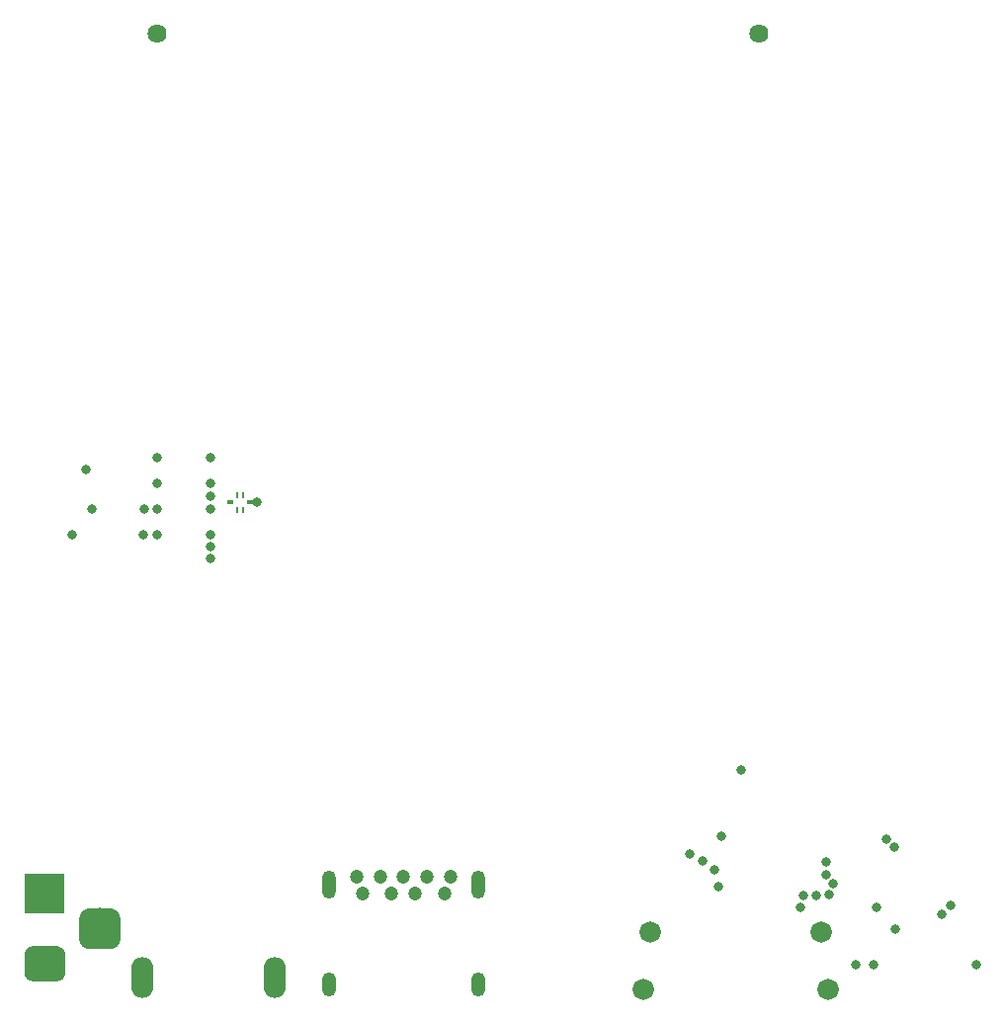
<source format=gbr>
G04 #@! TF.GenerationSoftware,KiCad,Pcbnew,5.1.4*
G04 #@! TF.CreationDate,2019-11-18T01:49:56-05:00*
G04 #@! TF.ProjectId,YellowCake,59656c6c-6f77-4436-916b-652e6b696361,rev?*
G04 #@! TF.SameCoordinates,Original*
G04 #@! TF.FileFunction,Copper,L2,Inr*
G04 #@! TF.FilePolarity,Positive*
%FSLAX46Y46*%
G04 Gerber Fmt 4.6, Leading zero omitted, Abs format (unit mm)*
G04 Created by KiCad (PCBNEW 5.1.4) date 2019-11-18 01:49:56*
%MOMM*%
%LPD*%
G04 APERTURE LIST*
%ADD10R,0.249936X0.579882*%
%ADD11R,0.630000X0.350000*%
%ADD12C,1.828800*%
%ADD13O,1.900000X3.500000*%
%ADD14C,1.200000*%
%ADD15O,1.200000X2.400000*%
%ADD16O,1.200000X2.100000*%
%ADD17C,1.625600*%
%ADD18R,3.500000X3.500000*%
%ADD19C,0.100000*%
%ADD20C,3.000000*%
%ADD21C,3.500000*%
%ADD22C,0.800000*%
G04 APERTURE END LIST*
D10*
X132625000Y-84690000D03*
X133125000Y-84690000D03*
D11*
X133735001Y-85325000D03*
D10*
X133125000Y-85960000D03*
X132625000Y-85960000D03*
D11*
X132014999Y-85325000D03*
D12*
X183225053Y-127018790D03*
X167374945Y-127018790D03*
X182624978Y-122118800D03*
X167975020Y-122118800D03*
D13*
X135850000Y-126050000D03*
X124450000Y-126050000D03*
D14*
X143350000Y-118875000D03*
X145850000Y-118875000D03*
X147850000Y-118875000D03*
X150350000Y-118875000D03*
X150850000Y-117375000D03*
X148850000Y-117375000D03*
X146850000Y-117375000D03*
X144850000Y-117375000D03*
X142850000Y-117375000D03*
D15*
X153250000Y-118125000D03*
X140450000Y-118125000D03*
D16*
X153250000Y-126625000D03*
X140450000Y-126625000D03*
D17*
X125719000Y-45215000D03*
X177281000Y-45215000D03*
D18*
X116130001Y-118849999D03*
D19*
G36*
X117203514Y-123353610D02*
G01*
X117276319Y-123364410D01*
X117347715Y-123382294D01*
X117417014Y-123407089D01*
X117483549Y-123438558D01*
X117546679Y-123476397D01*
X117605796Y-123520241D01*
X117660331Y-123569669D01*
X117709759Y-123624204D01*
X117753603Y-123683321D01*
X117791442Y-123746451D01*
X117822911Y-123812986D01*
X117847706Y-123882285D01*
X117865590Y-123953681D01*
X117876390Y-124026486D01*
X117880001Y-124099999D01*
X117880001Y-125599999D01*
X117876390Y-125673512D01*
X117865590Y-125746317D01*
X117847706Y-125817713D01*
X117822911Y-125887012D01*
X117791442Y-125953547D01*
X117753603Y-126016677D01*
X117709759Y-126075794D01*
X117660331Y-126130329D01*
X117605796Y-126179757D01*
X117546679Y-126223601D01*
X117483549Y-126261440D01*
X117417014Y-126292909D01*
X117347715Y-126317704D01*
X117276319Y-126335588D01*
X117203514Y-126346388D01*
X117130001Y-126349999D01*
X115130001Y-126349999D01*
X115056488Y-126346388D01*
X114983683Y-126335588D01*
X114912287Y-126317704D01*
X114842988Y-126292909D01*
X114776453Y-126261440D01*
X114713323Y-126223601D01*
X114654206Y-126179757D01*
X114599671Y-126130329D01*
X114550243Y-126075794D01*
X114506399Y-126016677D01*
X114468560Y-125953547D01*
X114437091Y-125887012D01*
X114412296Y-125817713D01*
X114394412Y-125746317D01*
X114383612Y-125673512D01*
X114380001Y-125599999D01*
X114380001Y-124099999D01*
X114383612Y-124026486D01*
X114394412Y-123953681D01*
X114412296Y-123882285D01*
X114437091Y-123812986D01*
X114468560Y-123746451D01*
X114506399Y-123683321D01*
X114550243Y-123624204D01*
X114599671Y-123569669D01*
X114654206Y-123520241D01*
X114713323Y-123476397D01*
X114776453Y-123438558D01*
X114842988Y-123407089D01*
X114912287Y-123382294D01*
X114983683Y-123364410D01*
X115056488Y-123353610D01*
X115130001Y-123349999D01*
X117130001Y-123349999D01*
X117203514Y-123353610D01*
X117203514Y-123353610D01*
G37*
D20*
X116130001Y-124849999D03*
D19*
G36*
X121790766Y-120104212D02*
G01*
X121875705Y-120116812D01*
X121959000Y-120137676D01*
X122039849Y-120166604D01*
X122117473Y-120203318D01*
X122191125Y-120247463D01*
X122260095Y-120298615D01*
X122323719Y-120356281D01*
X122381385Y-120419905D01*
X122432537Y-120488875D01*
X122476682Y-120562527D01*
X122513396Y-120640151D01*
X122542324Y-120721000D01*
X122563188Y-120804295D01*
X122575788Y-120889234D01*
X122580001Y-120974999D01*
X122580001Y-122724999D01*
X122575788Y-122810764D01*
X122563188Y-122895703D01*
X122542324Y-122978998D01*
X122513396Y-123059847D01*
X122476682Y-123137471D01*
X122432537Y-123211123D01*
X122381385Y-123280093D01*
X122323719Y-123343717D01*
X122260095Y-123401383D01*
X122191125Y-123452535D01*
X122117473Y-123496680D01*
X122039849Y-123533394D01*
X121959000Y-123562322D01*
X121875705Y-123583186D01*
X121790766Y-123595786D01*
X121705001Y-123599999D01*
X119955001Y-123599999D01*
X119869236Y-123595786D01*
X119784297Y-123583186D01*
X119701002Y-123562322D01*
X119620153Y-123533394D01*
X119542529Y-123496680D01*
X119468877Y-123452535D01*
X119399907Y-123401383D01*
X119336283Y-123343717D01*
X119278617Y-123280093D01*
X119227465Y-123211123D01*
X119183320Y-123137471D01*
X119146606Y-123059847D01*
X119117678Y-122978998D01*
X119096814Y-122895703D01*
X119084214Y-122810764D01*
X119080001Y-122724999D01*
X119080001Y-120974999D01*
X119084214Y-120889234D01*
X119096814Y-120804295D01*
X119117678Y-120721000D01*
X119146606Y-120640151D01*
X119183320Y-120562527D01*
X119227465Y-120488875D01*
X119278617Y-120419905D01*
X119336283Y-120356281D01*
X119399907Y-120298615D01*
X119468877Y-120247463D01*
X119542529Y-120203318D01*
X119620153Y-120166604D01*
X119701002Y-120137676D01*
X119784297Y-120116812D01*
X119869236Y-120104212D01*
X119955001Y-120099999D01*
X121705001Y-120099999D01*
X121790766Y-120104212D01*
X121790766Y-120104212D01*
G37*
D21*
X120830001Y-121849999D03*
D22*
X130354999Y-84794999D03*
X134275000Y-85325000D03*
X195900000Y-124925000D03*
X130354999Y-90144999D03*
X188927970Y-114890104D03*
X183022199Y-117200006D03*
X188185506Y-114147640D03*
X183022199Y-116150006D03*
X180900000Y-120025000D03*
X173800000Y-118225000D03*
X181100000Y-119025000D03*
X173500000Y-116775000D03*
X182200000Y-119025000D03*
X172500000Y-116050000D03*
X175800000Y-108225000D03*
X174100000Y-113925000D03*
X183300000Y-118925000D03*
X171400000Y-115425000D03*
X130354999Y-89144996D03*
X130354999Y-81494999D03*
X119675000Y-82525000D03*
X130354999Y-83694999D03*
X120175000Y-85912500D03*
X124675000Y-85925000D03*
X130354999Y-85894999D03*
X118475000Y-88125000D03*
X124575000Y-88125000D03*
X130354999Y-88094999D03*
X183651124Y-117988669D03*
X187400000Y-120025000D03*
X185600000Y-124925000D03*
X189000000Y-121925000D03*
X193000000Y-120625000D03*
X187100000Y-124900000D03*
X193700000Y-119825000D03*
X125775000Y-81525000D03*
X125775000Y-83725000D03*
X125775000Y-85925000D03*
X125775000Y-88125000D03*
M02*

</source>
